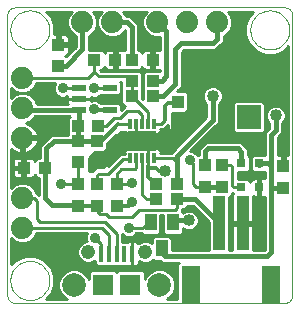
<source format=gtl>
G75*
%MOIN*%
%OFA0B0*%
%FSLAX24Y24*%
%IPPOS*%
%LPD*%
%AMOC8*
5,1,8,0,0,1.08239X$1,22.5*
%
%ADD10C,0.0010*%
%ADD11R,0.0433X0.0394*%
%ADD12R,0.0117X0.0335*%
%ADD13R,0.0945X0.0650*%
%ADD14R,0.0276X0.0110*%
%ADD15R,0.0394X0.0433*%
%ADD16R,0.0315X0.0315*%
%ADD17R,0.0472X0.0217*%
%ADD18R,0.0157X0.0551*%
%ADD19R,0.0709X0.0709*%
%ADD20C,0.0476*%
%ADD21C,0.0787*%
%ADD22R,0.0394X0.0551*%
%ADD23C,0.0800*%
%ADD24R,0.0800X0.0800*%
%ADD25C,0.0740*%
%ADD26R,0.0394X0.1811*%
%ADD27R,0.0630X0.1260*%
%ADD28C,0.0000*%
%ADD29C,0.0400*%
%ADD30C,0.0350*%
%ADD31C,0.0100*%
%ADD32C,0.0120*%
%ADD33C,0.0160*%
D10*
X000725Y000628D02*
X009725Y000628D01*
X009755Y000630D01*
X009785Y000635D01*
X009814Y000644D01*
X009841Y000657D01*
X009867Y000672D01*
X009891Y000691D01*
X009912Y000712D01*
X009931Y000736D01*
X009946Y000762D01*
X009959Y000789D01*
X009968Y000818D01*
X009973Y000848D01*
X009975Y000878D01*
X009975Y010228D01*
X009973Y010258D01*
X009968Y010288D01*
X009959Y010317D01*
X009946Y010344D01*
X009931Y010370D01*
X009912Y010394D01*
X009891Y010415D01*
X009867Y010434D01*
X009841Y010449D01*
X009814Y010462D01*
X009785Y010471D01*
X009755Y010476D01*
X009725Y010478D01*
X000725Y010478D01*
X000695Y010476D01*
X000665Y010471D01*
X000636Y010462D01*
X000609Y010449D01*
X000583Y010434D01*
X000559Y010415D01*
X000538Y010394D01*
X000519Y010370D01*
X000504Y010344D01*
X000491Y010317D01*
X000482Y010288D01*
X000477Y010258D01*
X000475Y010228D01*
X000475Y000878D01*
X000477Y000848D01*
X000482Y000818D01*
X000491Y000789D01*
X000504Y000762D01*
X000519Y000736D01*
X000538Y000712D01*
X000559Y000691D01*
X000583Y000672D01*
X000609Y000657D01*
X000636Y000644D01*
X000665Y000635D01*
X000695Y000630D01*
X000725Y000628D01*
D11*
X001021Y005128D03*
X001729Y005128D03*
X002840Y006528D03*
X003510Y006528D03*
X004621Y007528D03*
X004621Y008028D03*
X004621Y008728D03*
X004079Y008728D03*
X003371Y008728D03*
X005329Y008728D03*
X005329Y008028D03*
X005329Y007528D03*
X005421Y004578D03*
X005421Y004078D03*
X006129Y004078D03*
X006129Y004578D03*
D12*
X005369Y005447D03*
X005172Y005447D03*
X004975Y005447D03*
X004778Y005447D03*
X004581Y005447D03*
X004581Y006608D03*
X004778Y006608D03*
X004975Y006608D03*
X005172Y006608D03*
X005369Y006608D03*
D13*
X004975Y006028D03*
D14*
X004384Y006126D03*
X004384Y005929D03*
X005566Y005929D03*
X005566Y006126D03*
D15*
X006175Y006623D03*
X006175Y007332D03*
X007075Y005212D03*
X007625Y005212D03*
X007625Y004503D03*
X007075Y004503D03*
X009675Y004473D03*
X009675Y005182D03*
X004125Y004582D03*
X003475Y004582D03*
X002825Y004582D03*
X002825Y003873D03*
X003475Y003873D03*
X004125Y003873D03*
X003475Y005323D03*
X002825Y005323D03*
X002825Y006032D03*
X003475Y006032D03*
X002175Y008523D03*
X002175Y009232D03*
D16*
X008280Y005288D03*
X008870Y005288D03*
X008870Y004478D03*
X008280Y004478D03*
D17*
X003887Y007054D03*
X003887Y007802D03*
X002863Y007802D03*
X002863Y007428D03*
X002863Y007054D03*
D18*
X003613Y002271D03*
X003869Y002271D03*
X004125Y002271D03*
X004381Y002271D03*
X004637Y002271D03*
D19*
X004578Y001228D03*
X003672Y001228D03*
D20*
X003170Y002330D03*
X005080Y002330D03*
D21*
X005546Y001228D03*
X002704Y001228D03*
D22*
X005251Y003311D03*
X005999Y003311D03*
X005625Y002444D03*
D23*
X008525Y008197D03*
D24*
X008525Y006819D03*
D25*
X007475Y009978D03*
X006475Y009978D03*
X005475Y009978D03*
X003975Y009978D03*
X002975Y009978D03*
X000975Y008128D03*
X000975Y007128D03*
X000975Y006128D03*
X000975Y004128D03*
X000975Y003128D03*
D26*
X007531Y003284D03*
X008319Y003284D03*
D27*
X009264Y001237D03*
X006586Y001237D03*
D28*
X000575Y001378D02*
X000577Y001428D01*
X000583Y001478D01*
X000593Y001528D01*
X000606Y001576D01*
X000623Y001624D01*
X000644Y001670D01*
X000668Y001714D01*
X000696Y001756D01*
X000727Y001796D01*
X000761Y001833D01*
X000798Y001868D01*
X000837Y001899D01*
X000878Y001928D01*
X000922Y001953D01*
X000968Y001975D01*
X001015Y001993D01*
X001063Y002007D01*
X001112Y002018D01*
X001162Y002025D01*
X001212Y002028D01*
X001263Y002027D01*
X001313Y002022D01*
X001363Y002013D01*
X001411Y002001D01*
X001459Y001984D01*
X001505Y001964D01*
X001550Y001941D01*
X001593Y001914D01*
X001633Y001884D01*
X001671Y001851D01*
X001706Y001815D01*
X001739Y001776D01*
X001768Y001735D01*
X001794Y001692D01*
X001817Y001647D01*
X001836Y001600D01*
X001851Y001552D01*
X001863Y001503D01*
X001871Y001453D01*
X001875Y001403D01*
X001875Y001353D01*
X001871Y001303D01*
X001863Y001253D01*
X001851Y001204D01*
X001836Y001156D01*
X001817Y001109D01*
X001794Y001064D01*
X001768Y001021D01*
X001739Y000980D01*
X001706Y000941D01*
X001671Y000905D01*
X001633Y000872D01*
X001593Y000842D01*
X001550Y000815D01*
X001505Y000792D01*
X001459Y000772D01*
X001411Y000755D01*
X001363Y000743D01*
X001313Y000734D01*
X001263Y000729D01*
X001212Y000728D01*
X001162Y000731D01*
X001112Y000738D01*
X001063Y000749D01*
X001015Y000763D01*
X000968Y000781D01*
X000922Y000803D01*
X000878Y000828D01*
X000837Y000857D01*
X000798Y000888D01*
X000761Y000923D01*
X000727Y000960D01*
X000696Y001000D01*
X000668Y001042D01*
X000644Y001086D01*
X000623Y001132D01*
X000606Y001180D01*
X000593Y001228D01*
X000583Y001278D01*
X000577Y001328D01*
X000575Y001378D01*
X000575Y009728D02*
X000577Y009778D01*
X000583Y009828D01*
X000593Y009878D01*
X000606Y009926D01*
X000623Y009974D01*
X000644Y010020D01*
X000668Y010064D01*
X000696Y010106D01*
X000727Y010146D01*
X000761Y010183D01*
X000798Y010218D01*
X000837Y010249D01*
X000878Y010278D01*
X000922Y010303D01*
X000968Y010325D01*
X001015Y010343D01*
X001063Y010357D01*
X001112Y010368D01*
X001162Y010375D01*
X001212Y010378D01*
X001263Y010377D01*
X001313Y010372D01*
X001363Y010363D01*
X001411Y010351D01*
X001459Y010334D01*
X001505Y010314D01*
X001550Y010291D01*
X001593Y010264D01*
X001633Y010234D01*
X001671Y010201D01*
X001706Y010165D01*
X001739Y010126D01*
X001768Y010085D01*
X001794Y010042D01*
X001817Y009997D01*
X001836Y009950D01*
X001851Y009902D01*
X001863Y009853D01*
X001871Y009803D01*
X001875Y009753D01*
X001875Y009703D01*
X001871Y009653D01*
X001863Y009603D01*
X001851Y009554D01*
X001836Y009506D01*
X001817Y009459D01*
X001794Y009414D01*
X001768Y009371D01*
X001739Y009330D01*
X001706Y009291D01*
X001671Y009255D01*
X001633Y009222D01*
X001593Y009192D01*
X001550Y009165D01*
X001505Y009142D01*
X001459Y009122D01*
X001411Y009105D01*
X001363Y009093D01*
X001313Y009084D01*
X001263Y009079D01*
X001212Y009078D01*
X001162Y009081D01*
X001112Y009088D01*
X001063Y009099D01*
X001015Y009113D01*
X000968Y009131D01*
X000922Y009153D01*
X000878Y009178D01*
X000837Y009207D01*
X000798Y009238D01*
X000761Y009273D01*
X000727Y009310D01*
X000696Y009350D01*
X000668Y009392D01*
X000644Y009436D01*
X000623Y009482D01*
X000606Y009530D01*
X000593Y009578D01*
X000583Y009628D01*
X000577Y009678D01*
X000575Y009728D01*
X008575Y009728D02*
X008577Y009778D01*
X008583Y009828D01*
X008593Y009878D01*
X008606Y009926D01*
X008623Y009974D01*
X008644Y010020D01*
X008668Y010064D01*
X008696Y010106D01*
X008727Y010146D01*
X008761Y010183D01*
X008798Y010218D01*
X008837Y010249D01*
X008878Y010278D01*
X008922Y010303D01*
X008968Y010325D01*
X009015Y010343D01*
X009063Y010357D01*
X009112Y010368D01*
X009162Y010375D01*
X009212Y010378D01*
X009263Y010377D01*
X009313Y010372D01*
X009363Y010363D01*
X009411Y010351D01*
X009459Y010334D01*
X009505Y010314D01*
X009550Y010291D01*
X009593Y010264D01*
X009633Y010234D01*
X009671Y010201D01*
X009706Y010165D01*
X009739Y010126D01*
X009768Y010085D01*
X009794Y010042D01*
X009817Y009997D01*
X009836Y009950D01*
X009851Y009902D01*
X009863Y009853D01*
X009871Y009803D01*
X009875Y009753D01*
X009875Y009703D01*
X009871Y009653D01*
X009863Y009603D01*
X009851Y009554D01*
X009836Y009506D01*
X009817Y009459D01*
X009794Y009414D01*
X009768Y009371D01*
X009739Y009330D01*
X009706Y009291D01*
X009671Y009255D01*
X009633Y009222D01*
X009593Y009192D01*
X009550Y009165D01*
X009505Y009142D01*
X009459Y009122D01*
X009411Y009105D01*
X009363Y009093D01*
X009313Y009084D01*
X009263Y009079D01*
X009212Y009078D01*
X009162Y009081D01*
X009112Y009088D01*
X009063Y009099D01*
X009015Y009113D01*
X008968Y009131D01*
X008922Y009153D01*
X008878Y009178D01*
X008837Y009207D01*
X008798Y009238D01*
X008761Y009273D01*
X008727Y009310D01*
X008696Y009350D01*
X008668Y009392D01*
X008644Y009436D01*
X008623Y009482D01*
X008606Y009530D01*
X008593Y009578D01*
X008583Y009628D01*
X008577Y009678D01*
X008575Y009728D01*
D29*
X007325Y007528D03*
X005375Y006018D03*
X004975Y006018D03*
X004575Y006018D03*
X005735Y005038D03*
X006525Y003378D03*
X009425Y006878D03*
D30*
X006575Y005378D03*
X004625Y004628D03*
X004625Y003978D03*
X004525Y003128D03*
X003405Y002798D03*
X002275Y004578D03*
X003375Y007078D03*
X003375Y007778D03*
X002325Y007778D03*
X001375Y007618D03*
X002175Y009768D03*
X003475Y009568D03*
X007075Y002518D03*
D31*
X007204Y002499D02*
X005952Y002499D01*
X005952Y002401D02*
X007204Y002401D01*
X007204Y002388D02*
X005952Y002388D01*
X005952Y002774D01*
X005876Y002850D01*
X005374Y002850D01*
X005298Y002774D01*
X005298Y002632D01*
X005288Y002642D01*
X005153Y002698D01*
X005007Y002698D01*
X004871Y002642D01*
X004847Y002618D01*
X004836Y002639D01*
X004808Y002666D01*
X004773Y002686D01*
X004735Y002696D01*
X004637Y002696D01*
X004637Y002696D01*
X004637Y002271D01*
X004637Y002271D01*
X004637Y002696D01*
X004538Y002696D01*
X004500Y002686D01*
X004483Y002676D01*
X004305Y002676D01*
X004305Y002916D01*
X004352Y002869D01*
X004464Y002823D01*
X004586Y002823D01*
X004698Y002869D01*
X004776Y002948D01*
X004949Y002948D01*
X004960Y002945D01*
X005000Y002905D01*
X005502Y002905D01*
X005578Y002981D01*
X005578Y003548D01*
X005672Y003548D01*
X005672Y002981D01*
X005748Y002905D01*
X006250Y002905D01*
X006326Y002981D01*
X006326Y003110D01*
X006338Y003098D01*
X006459Y003048D01*
X006591Y003048D01*
X006712Y003098D01*
X006805Y003191D01*
X006855Y003312D01*
X006855Y003443D01*
X006805Y003564D01*
X006712Y003657D01*
X006591Y003708D01*
X006459Y003708D01*
X006338Y003657D01*
X006323Y003643D01*
X006284Y003682D01*
X006309Y003707D01*
X006309Y003751D01*
X006400Y003751D01*
X006476Y003827D01*
X006476Y003868D01*
X006651Y003868D01*
X007204Y003314D01*
X007204Y002388D01*
X007204Y002598D02*
X005952Y002598D01*
X005952Y002696D02*
X007204Y002696D01*
X007204Y002795D02*
X005931Y002795D01*
X005672Y002992D02*
X005578Y002992D01*
X005578Y003090D02*
X005672Y003090D01*
X005672Y003189D02*
X005578Y003189D01*
X005578Y003287D02*
X005672Y003287D01*
X005672Y003386D02*
X005578Y003386D01*
X005578Y003484D02*
X005672Y003484D01*
X005251Y003311D02*
X004968Y003128D01*
X004525Y003128D01*
X004722Y002893D02*
X007204Y002893D01*
X007204Y002992D02*
X006326Y002992D01*
X006326Y003090D02*
X006357Y003090D01*
X006693Y003090D02*
X007204Y003090D01*
X007204Y003189D02*
X006803Y003189D01*
X006845Y003287D02*
X007204Y003287D01*
X007133Y003386D02*
X006855Y003386D01*
X006838Y003484D02*
X007034Y003484D01*
X006936Y003583D02*
X006787Y003583D01*
X006837Y003681D02*
X006655Y003681D01*
X006739Y003780D02*
X006429Y003780D01*
X006395Y003681D02*
X006285Y003681D01*
X006129Y003782D02*
X006075Y003728D01*
X004875Y003728D01*
X004625Y003478D01*
X003855Y003478D01*
X003755Y003578D01*
X003575Y003578D01*
X003475Y003678D01*
X003475Y003873D01*
X003725Y003328D02*
X001575Y003328D01*
X001475Y003428D01*
X001475Y004028D01*
X001375Y004128D01*
X000975Y004128D01*
X001341Y004469D02*
X001519Y004469D01*
X001519Y004371D02*
X001416Y004371D01*
X001399Y004411D02*
X001442Y004308D01*
X001450Y004308D01*
X001519Y004238D01*
X001519Y004801D01*
X001459Y004801D01*
X001383Y004877D01*
X001383Y004894D01*
X001377Y004873D01*
X001357Y004839D01*
X001329Y004811D01*
X001295Y004791D01*
X001257Y004781D01*
X001069Y004781D01*
X001069Y005079D01*
X000972Y005079D01*
X000654Y005079D01*
X000654Y004911D01*
X000664Y004873D01*
X000684Y004839D01*
X000712Y004811D01*
X000746Y004791D01*
X000784Y004781D01*
X000972Y004781D01*
X000972Y005079D01*
X000972Y005176D01*
X000654Y005176D01*
X000654Y005344D01*
X000664Y005382D01*
X000684Y005416D01*
X000712Y005444D01*
X000746Y005464D01*
X000784Y005474D01*
X000972Y005474D01*
X000972Y005176D01*
X001069Y005176D01*
X001069Y005474D01*
X001257Y005474D01*
X001295Y005464D01*
X001329Y005444D01*
X001357Y005416D01*
X001377Y005382D01*
X001383Y005361D01*
X001383Y005378D01*
X001459Y005454D01*
X001313Y005454D01*
X001459Y005454D02*
X001565Y005454D01*
X001565Y005865D01*
X001819Y006119D01*
X001942Y006242D01*
X002498Y006242D01*
X001483Y006242D01*
X001482Y006249D02*
X001494Y006178D01*
X001025Y006178D01*
X001025Y006078D01*
X001494Y006078D01*
X001482Y006006D01*
X001457Y005928D01*
X001420Y005855D01*
X001372Y005789D01*
X001314Y005731D01*
X001248Y005683D01*
X001175Y005646D01*
X001097Y005620D01*
X001025Y005609D01*
X001025Y006078D01*
X000925Y006078D01*
X000925Y005609D01*
X000853Y005620D01*
X000775Y005646D01*
X000702Y005683D01*
X000636Y005731D01*
X000610Y005757D01*
X000610Y004470D01*
X000692Y004551D01*
X000876Y004628D01*
X001074Y004628D01*
X001258Y004551D01*
X001399Y004411D01*
X001485Y004272D02*
X001519Y004272D01*
X001519Y004568D02*
X001219Y004568D01*
X001519Y004666D02*
X000610Y004666D01*
X000610Y004568D02*
X000731Y004568D01*
X000610Y004765D02*
X001519Y004765D01*
X001397Y004863D02*
X001371Y004863D01*
X001069Y004863D02*
X000972Y004863D01*
X000972Y004962D02*
X001069Y004962D01*
X001069Y005060D02*
X000972Y005060D01*
X000972Y005159D02*
X000610Y005159D01*
X000610Y005257D02*
X000654Y005257D01*
X000657Y005356D02*
X000610Y005356D01*
X000610Y005454D02*
X000729Y005454D01*
X000610Y005553D02*
X001565Y005553D01*
X001565Y005651D02*
X001185Y005651D01*
X001332Y005750D02*
X001565Y005750D01*
X001565Y005848D02*
X001415Y005848D01*
X001463Y005947D02*
X001647Y005947D01*
X001746Y006045D02*
X001488Y006045D01*
X001482Y006249D02*
X001457Y006327D01*
X001420Y006400D01*
X001372Y006466D01*
X001314Y006524D01*
X001248Y006572D01*
X001175Y006609D01*
X001097Y006635D01*
X001093Y006635D01*
X001258Y006704D01*
X001398Y006844D01*
X002545Y006844D01*
X002552Y006836D01*
X002494Y006778D01*
X002494Y006277D01*
X002498Y006273D01*
X002498Y006242D01*
X002494Y006341D02*
X001450Y006341D01*
X001391Y006439D02*
X002494Y006439D01*
X002494Y006538D02*
X001295Y006538D01*
X001289Y006735D02*
X002494Y006735D01*
X002494Y006636D02*
X001095Y006636D01*
X001388Y006833D02*
X002549Y006833D01*
X002487Y007264D02*
X001460Y007264D01*
X001399Y007411D01*
X001258Y007551D01*
X001074Y007628D01*
X001258Y007704D01*
X001399Y007844D01*
X001442Y007948D01*
X002065Y007948D01*
X002020Y007838D01*
X002020Y007717D01*
X002066Y007605D01*
X002152Y007519D01*
X002264Y007473D01*
X002386Y007473D01*
X002477Y007510D01*
X002477Y007432D01*
X002859Y007432D01*
X002859Y007423D01*
X002477Y007423D01*
X002477Y007300D01*
X002487Y007264D01*
X002477Y007326D02*
X001434Y007326D01*
X001386Y007424D02*
X002859Y007424D01*
X002867Y007424D02*
X004274Y007424D01*
X004274Y007326D02*
X003558Y007326D01*
X003548Y007336D02*
X003594Y007289D01*
X003597Y007292D01*
X004177Y007292D01*
X004253Y007216D01*
X004253Y007060D01*
X004295Y007102D01*
X004394Y007201D01*
X004350Y007201D01*
X004274Y007277D01*
X004274Y007777D01*
X004274Y007998D01*
X004219Y007998D01*
X004253Y007964D01*
X004253Y007639D01*
X004177Y007563D01*
X003597Y007563D01*
X003594Y007566D01*
X003548Y007519D01*
X003436Y007473D01*
X003314Y007473D01*
X003249Y007499D01*
X003249Y007432D01*
X002867Y007432D01*
X002867Y007423D01*
X003249Y007423D01*
X003249Y007356D01*
X003314Y007383D01*
X003436Y007383D01*
X003548Y007336D01*
X003551Y007523D02*
X004274Y007523D01*
X004274Y007621D02*
X004235Y007621D01*
X004253Y007720D02*
X004274Y007720D01*
X004274Y007818D02*
X004253Y007818D01*
X004253Y007917D02*
X004274Y007917D01*
X004471Y008178D02*
X003525Y008178D01*
X003371Y008332D01*
X003166Y008128D01*
X000975Y008128D01*
X000610Y007785D02*
X000692Y007704D01*
X000876Y007628D01*
X001074Y007628D01*
X000876Y007628D01*
X000692Y007551D01*
X000610Y007470D01*
X000610Y007785D01*
X000610Y007720D02*
X000676Y007720D01*
X000610Y007621D02*
X000860Y007621D01*
X000663Y007523D02*
X000610Y007523D01*
X001090Y007621D02*
X002060Y007621D01*
X002020Y007720D02*
X001274Y007720D01*
X001373Y007818D02*
X002020Y007818D01*
X002052Y007917D02*
X001429Y007917D01*
X001287Y007523D02*
X002149Y007523D01*
X002325Y007778D02*
X002839Y007778D01*
X002863Y007802D01*
X003375Y007778D02*
X003863Y007778D01*
X003887Y007802D01*
X003843Y008381D02*
X004031Y008381D01*
X004031Y008679D01*
X004128Y008679D01*
X004128Y008381D01*
X004316Y008381D01*
X004354Y008391D01*
X004371Y008401D01*
X004891Y008401D01*
X004967Y008477D01*
X004967Y008495D01*
X004973Y008473D01*
X004993Y008439D01*
X005021Y008411D01*
X005055Y008391D01*
X005093Y008381D01*
X005281Y008381D01*
X005281Y008679D01*
X005378Y008679D01*
X005378Y008381D01*
X005565Y008381D01*
X005565Y008354D01*
X005059Y008354D01*
X004983Y008278D01*
X004983Y007424D01*
X004967Y007440D01*
X004967Y008278D01*
X004891Y008354D01*
X004548Y008354D01*
X004545Y008358D01*
X003600Y008358D01*
X003556Y008401D01*
X003641Y008401D01*
X003717Y008477D01*
X003717Y008495D01*
X003723Y008473D01*
X003743Y008439D01*
X003771Y008411D01*
X003805Y008391D01*
X003843Y008381D01*
X003773Y008409D02*
X003649Y008409D01*
X003371Y008332D02*
X003371Y008728D01*
X003189Y009054D02*
X003189Y009082D01*
X003189Y009169D01*
X003187Y009524D01*
X003258Y009554D01*
X003399Y009694D01*
X003475Y009878D01*
X003551Y009694D01*
X003692Y009554D01*
X003876Y009478D01*
X004074Y009478D01*
X004258Y009554D01*
X004399Y009694D01*
X004411Y009723D01*
X004411Y009054D01*
X004371Y009054D01*
X004354Y009064D01*
X004316Y009074D01*
X004128Y009074D01*
X004128Y008776D01*
X004031Y008776D01*
X004031Y009074D01*
X003843Y009074D01*
X003805Y009064D01*
X003771Y009044D01*
X003743Y009016D01*
X003723Y008982D01*
X003717Y008961D01*
X003717Y008978D01*
X003641Y009054D01*
X003189Y009054D01*
X003189Y009099D02*
X004411Y009099D01*
X004411Y009197D02*
X003189Y009197D01*
X003189Y009169D02*
X003189Y009169D01*
X003188Y009296D02*
X004411Y009296D01*
X004411Y009394D02*
X003188Y009394D01*
X003187Y009493D02*
X003839Y009493D01*
X003654Y009591D02*
X003296Y009591D01*
X003394Y009690D02*
X003556Y009690D01*
X003512Y009788D02*
X003438Y009788D01*
X003475Y009878D02*
X003475Y010077D01*
X003475Y009878D01*
X003475Y009887D02*
X003475Y009887D01*
X003475Y009985D02*
X003475Y009985D01*
X003475Y010077D02*
X003551Y010261D01*
X003633Y010343D01*
X003317Y010343D01*
X003399Y010261D01*
X003475Y010077D01*
X003472Y010084D02*
X003478Y010084D01*
X003519Y010182D02*
X003431Y010182D01*
X003379Y010281D02*
X003571Y010281D01*
X004317Y010343D02*
X005133Y010343D01*
X005051Y010261D01*
X004975Y010077D01*
X004975Y009878D01*
X005051Y009694D01*
X005192Y009554D01*
X005376Y009478D01*
X005565Y009478D01*
X005565Y009074D01*
X005378Y009074D01*
X005378Y008776D01*
X005281Y008776D01*
X005281Y009074D01*
X005093Y009074D01*
X005055Y009064D01*
X005021Y009044D01*
X004993Y009016D01*
X004973Y008982D01*
X004967Y008961D01*
X004967Y008978D01*
X004891Y009054D01*
X004831Y009054D01*
X004831Y009919D01*
X004685Y010065D01*
X004562Y010188D01*
X004429Y010188D01*
X004399Y010261D01*
X004317Y010343D01*
X004379Y010281D02*
X005071Y010281D01*
X005019Y010182D02*
X004567Y010182D01*
X004666Y010084D02*
X004978Y010084D01*
X004975Y009985D02*
X004764Y009985D01*
X004831Y009887D02*
X004975Y009887D01*
X005012Y009788D02*
X004831Y009788D01*
X004831Y009690D02*
X005056Y009690D01*
X005154Y009591D02*
X004831Y009591D01*
X004831Y009493D02*
X005339Y009493D01*
X005565Y009394D02*
X004831Y009394D01*
X004831Y009296D02*
X005565Y009296D01*
X005565Y009197D02*
X004831Y009197D01*
X004831Y009099D02*
X005565Y009099D01*
X005378Y009000D02*
X005281Y009000D01*
X005281Y008902D02*
X005378Y008902D01*
X005378Y008803D02*
X005281Y008803D01*
X005281Y008606D02*
X005378Y008606D01*
X005378Y008508D02*
X005281Y008508D01*
X005281Y008409D02*
X005378Y008409D01*
X005023Y008409D02*
X004899Y008409D01*
X004935Y008311D02*
X005015Y008311D01*
X004983Y008212D02*
X004967Y008212D01*
X004967Y008114D02*
X004983Y008114D01*
X004983Y008015D02*
X004967Y008015D01*
X004967Y007917D02*
X004983Y007917D01*
X004983Y007818D02*
X004967Y007818D01*
X004967Y007720D02*
X004983Y007720D01*
X004983Y007621D02*
X004967Y007621D01*
X004967Y007523D02*
X004983Y007523D01*
X004625Y007528D02*
X004621Y007528D01*
X004621Y008028D01*
X004471Y008178D01*
X004128Y008409D02*
X004031Y008409D01*
X004031Y008508D02*
X004128Y008508D01*
X004128Y008606D02*
X004031Y008606D01*
X004031Y008803D02*
X004128Y008803D01*
X004128Y008902D02*
X004031Y008902D01*
X004031Y009000D02*
X004128Y009000D01*
X003733Y009000D02*
X003695Y009000D01*
X004111Y009493D02*
X004411Y009493D01*
X004411Y009591D02*
X004296Y009591D01*
X004394Y009690D02*
X004411Y009690D01*
X004945Y009000D02*
X004983Y009000D01*
X006263Y007818D02*
X007164Y007818D01*
X007138Y007807D02*
X007045Y007714D01*
X006995Y007593D01*
X006995Y007462D01*
X007045Y007341D01*
X007115Y007271D01*
X007115Y006815D01*
X005927Y005627D01*
X005577Y005627D01*
X005587Y005645D01*
X005597Y005683D01*
X005597Y005724D01*
X005723Y005724D01*
X005761Y005734D01*
X005795Y005754D01*
X005823Y005782D01*
X005843Y005816D01*
X005853Y005854D01*
X005853Y005929D01*
X005754Y005929D01*
X005853Y005929D01*
X005853Y006004D01*
X005847Y006028D01*
X005853Y006051D01*
X005853Y006126D01*
X005853Y006201D01*
X005843Y006239D01*
X005823Y006273D01*
X005795Y006301D01*
X005761Y006321D01*
X005723Y006331D01*
X005597Y006331D01*
X005597Y006372D01*
X005587Y006410D01*
X005577Y006428D01*
X005680Y006428D01*
X005790Y006538D01*
X005804Y006538D01*
X005828Y006538D01*
X005828Y006562D02*
X005828Y006387D01*
X005838Y006349D01*
X005858Y006315D01*
X005886Y006287D01*
X005920Y006267D01*
X005958Y006257D01*
X006127Y006257D01*
X006127Y006575D01*
X006223Y006575D01*
X006223Y006257D01*
X006392Y006257D01*
X006430Y006267D01*
X006464Y006287D01*
X006492Y006315D01*
X006512Y006349D01*
X006522Y006387D01*
X006522Y006575D01*
X006223Y006575D01*
X006223Y006672D01*
X006522Y006672D01*
X006522Y006860D01*
X006512Y006898D01*
X006492Y006932D01*
X006464Y006960D01*
X006430Y006980D01*
X006408Y006985D01*
X006426Y006985D01*
X006502Y007061D01*
X006502Y007602D01*
X006426Y007678D01*
X006123Y007678D01*
X006162Y007718D01*
X006285Y007841D01*
X006285Y008991D01*
X006362Y009068D01*
X007412Y009068D01*
X007535Y009191D01*
X007562Y009218D01*
X007685Y009341D01*
X007685Y009523D01*
X007758Y009554D01*
X007899Y009694D01*
X007975Y009878D01*
X007975Y010077D01*
X007899Y010261D01*
X007817Y010343D01*
X008680Y010343D01*
X008530Y010192D01*
X008405Y009891D01*
X008405Y009564D01*
X008530Y009263D01*
X008761Y009032D01*
X009062Y008908D01*
X009388Y008908D01*
X009689Y009032D01*
X009840Y009183D01*
X009840Y005548D01*
X009723Y005548D01*
X009723Y005230D01*
X009627Y005230D01*
X009627Y005548D01*
X009485Y005548D01*
X009485Y006141D01*
X009512Y006168D01*
X009635Y006291D01*
X009635Y006621D01*
X009705Y006691D01*
X009755Y006812D01*
X009755Y006943D01*
X009705Y007064D01*
X009612Y007157D01*
X009491Y007208D01*
X009359Y007208D01*
X009238Y007157D01*
X009145Y007064D01*
X009095Y006943D01*
X009095Y006812D01*
X009145Y006691D01*
X009215Y006621D01*
X009215Y006465D01*
X009065Y006315D01*
X009065Y005575D01*
X008659Y005575D01*
X008583Y005499D01*
X008583Y005076D01*
X008659Y005000D01*
X009065Y005000D01*
X009065Y004780D01*
X009048Y004785D01*
X008899Y004785D01*
X008899Y004506D01*
X008842Y004506D01*
X008842Y004785D01*
X008693Y004785D01*
X008655Y004775D01*
X008621Y004755D01*
X008593Y004727D01*
X008573Y004693D01*
X008567Y004671D01*
X008567Y004689D01*
X008491Y004765D01*
X008155Y004765D01*
X008155Y005000D01*
X008491Y005000D01*
X008567Y005076D01*
X008567Y005499D01*
X008491Y005575D01*
X008490Y005575D01*
X008490Y005760D01*
X008385Y005865D01*
X008262Y005988D01*
X007088Y005988D01*
X006988Y005888D01*
X006865Y005765D01*
X006865Y005558D01*
X006825Y005558D01*
X006748Y005636D01*
X006636Y005683D01*
X006577Y005683D01*
X007412Y006518D01*
X007535Y006641D01*
X007535Y007271D01*
X007605Y007341D01*
X007655Y007462D01*
X007655Y007593D01*
X007605Y007714D01*
X007512Y007807D01*
X007391Y007858D01*
X007259Y007858D01*
X007138Y007807D01*
X007072Y007818D02*
X006525Y007818D01*
X006525Y007720D02*
X007004Y007720D01*
X007011Y007737D02*
X006955Y007601D01*
X006955Y007454D01*
X007011Y007318D01*
X007048Y007281D01*
X007025Y006781D01*
X006968Y006724D01*
X006225Y006028D01*
X005925Y005728D01*
X005554Y005728D01*
X005498Y005784D01*
X005405Y005784D01*
X005405Y005873D01*
X005270Y006008D01*
X005080Y006008D01*
X004942Y005870D01*
X004942Y005784D01*
X004452Y005784D01*
X004396Y005728D01*
X004275Y005728D01*
X003654Y005148D01*
X003434Y005148D01*
X003314Y005028D01*
X003183Y005028D01*
X003192Y005036D01*
X003192Y005470D01*
X003413Y005645D01*
X003742Y005645D01*
X003842Y005745D01*
X003842Y005919D01*
X004156Y006234D01*
X004275Y006328D01*
X004396Y006328D01*
X004452Y006271D01*
X004710Y006271D01*
X004778Y006339D01*
X004846Y006271D01*
X005498Y006271D01*
X005584Y006358D01*
X005625Y006358D01*
X005975Y006378D01*
X005975Y006945D01*
X006442Y006945D01*
X006503Y007006D01*
X006525Y007008D01*
X006525Y007028D01*
X006542Y007045D01*
X006542Y007619D01*
X006525Y007636D01*
X006525Y008628D01*
X009175Y008628D01*
X009175Y007151D01*
X009111Y007087D01*
X009107Y007078D01*
X009095Y007078D01*
X009095Y007289D01*
X008995Y007389D01*
X008055Y007389D01*
X007955Y007289D01*
X007955Y007078D01*
X007725Y007078D01*
X007725Y007878D01*
X007447Y007878D01*
X007399Y007898D01*
X007251Y007898D01*
X007203Y007878D01*
X007075Y007878D01*
X007071Y007797D01*
X007011Y007737D01*
X007050Y007720D02*
X006164Y007720D01*
X006285Y007917D02*
X008050Y007917D01*
X008055Y007908D02*
X008105Y007838D01*
X008167Y007777D01*
X008237Y007726D01*
X008314Y007687D01*
X008396Y007660D01*
X008475Y007648D01*
X008475Y008147D01*
X007976Y008147D01*
X007989Y008068D01*
X008015Y007985D01*
X008055Y007908D01*
X008126Y007818D02*
X007486Y007818D01*
X007600Y007720D02*
X008250Y007720D01*
X008475Y007720D02*
X008575Y007720D01*
X008575Y007648D02*
X008654Y007660D01*
X008736Y007687D01*
X008813Y007726D01*
X008883Y007777D01*
X008945Y007838D01*
X008995Y007908D01*
X009035Y007985D01*
X009061Y008068D01*
X009074Y008147D01*
X008575Y008147D01*
X008575Y008247D01*
X008475Y008247D01*
X008475Y008745D01*
X008396Y008733D01*
X008314Y008706D01*
X008237Y008667D01*
X008167Y008616D01*
X008105Y008555D01*
X008055Y008485D01*
X008015Y008408D01*
X007989Y008325D01*
X007976Y008247D01*
X008475Y008247D01*
X008475Y008147D01*
X008575Y008147D01*
X008575Y007648D01*
X008575Y007818D02*
X008475Y007818D01*
X008475Y007917D02*
X008575Y007917D01*
X008575Y008015D02*
X008475Y008015D01*
X008475Y008114D02*
X008575Y008114D01*
X008575Y008212D02*
X009840Y008212D01*
X009840Y008114D02*
X009069Y008114D01*
X009044Y008015D02*
X009840Y008015D01*
X009840Y007917D02*
X009000Y007917D01*
X008924Y007818D02*
X009840Y007818D01*
X009840Y007720D02*
X008800Y007720D01*
X009175Y007720D02*
X007725Y007720D01*
X007725Y007818D02*
X009175Y007818D01*
X009175Y007917D02*
X006525Y007917D01*
X006525Y008015D02*
X009175Y008015D01*
X009175Y008114D02*
X006525Y008114D01*
X006525Y008212D02*
X009175Y008212D01*
X009175Y008311D02*
X006525Y008311D01*
X006525Y008409D02*
X009175Y008409D01*
X009175Y008508D02*
X006525Y008508D01*
X006525Y008606D02*
X009175Y008606D01*
X008995Y008485D02*
X008945Y008555D01*
X008883Y008616D01*
X008813Y008667D01*
X008736Y008706D01*
X008654Y008733D01*
X008575Y008745D01*
X008575Y008247D01*
X009074Y008247D01*
X009061Y008325D01*
X009035Y008408D01*
X008995Y008485D01*
X008979Y008508D02*
X009840Y008508D01*
X009840Y008606D02*
X008893Y008606D01*
X008739Y008705D02*
X009840Y008705D01*
X009840Y008803D02*
X006285Y008803D01*
X006285Y008705D02*
X008311Y008705D01*
X008157Y008606D02*
X006285Y008606D01*
X006285Y008508D02*
X008071Y008508D01*
X008016Y008409D02*
X006285Y008409D01*
X006285Y008311D02*
X007986Y008311D01*
X007981Y008114D02*
X006285Y008114D01*
X006285Y008212D02*
X008475Y008212D01*
X008475Y008311D02*
X008575Y008311D01*
X008575Y008409D02*
X008475Y008409D01*
X008475Y008508D02*
X008575Y008508D01*
X008575Y008606D02*
X008475Y008606D01*
X008475Y008705D02*
X008575Y008705D01*
X008761Y009032D02*
X008761Y009032D01*
X008839Y009000D02*
X006295Y009000D01*
X006285Y008902D02*
X009840Y008902D01*
X009840Y009000D02*
X009611Y009000D01*
X009689Y009032D02*
X009689Y009032D01*
X009756Y009099D02*
X009840Y009099D01*
X009840Y008409D02*
X009034Y008409D01*
X009064Y008311D02*
X009840Y008311D01*
X009840Y007621D02*
X007643Y007621D01*
X007725Y007621D02*
X009175Y007621D01*
X009175Y007523D02*
X007725Y007523D01*
X007655Y007523D02*
X009840Y007523D01*
X009840Y007424D02*
X007639Y007424D01*
X007725Y007424D02*
X009175Y007424D01*
X009175Y007326D02*
X009058Y007326D01*
X009055Y007272D02*
X008979Y007349D01*
X008071Y007349D01*
X007995Y007272D01*
X007995Y006365D01*
X008071Y006289D01*
X008979Y006289D01*
X009055Y006365D01*
X009055Y007272D01*
X009055Y007227D02*
X009840Y007227D01*
X009840Y007129D02*
X009641Y007129D01*
X009719Y007030D02*
X009840Y007030D01*
X009840Y006932D02*
X009755Y006932D01*
X009755Y006833D02*
X009840Y006833D01*
X009840Y006735D02*
X009723Y006735D01*
X009650Y006636D02*
X009840Y006636D01*
X009840Y006538D02*
X009635Y006538D01*
X009635Y006439D02*
X009840Y006439D01*
X009840Y006341D02*
X009635Y006341D01*
X009586Y006242D02*
X009840Y006242D01*
X009840Y006144D02*
X009488Y006144D01*
X009485Y006045D02*
X009840Y006045D01*
X009840Y005947D02*
X009485Y005947D01*
X009485Y005848D02*
X009840Y005848D01*
X009840Y005750D02*
X009485Y005750D01*
X009485Y005651D02*
X009840Y005651D01*
X009840Y005553D02*
X009485Y005553D01*
X009627Y005454D02*
X009723Y005454D01*
X009723Y005356D02*
X009627Y005356D01*
X009627Y005257D02*
X009723Y005257D01*
X009065Y004962D02*
X008155Y004962D01*
X008155Y004863D02*
X009065Y004863D01*
X008899Y004765D02*
X008842Y004765D01*
X008842Y004666D02*
X008899Y004666D01*
X008899Y004568D02*
X008842Y004568D01*
X008842Y004449D02*
X008899Y004449D01*
X008899Y004170D01*
X009048Y004170D01*
X009065Y004175D01*
X009065Y002415D01*
X009038Y002388D01*
X008666Y002388D01*
X008666Y003236D01*
X008367Y003236D01*
X008367Y003333D01*
X008666Y003333D01*
X008666Y004177D01*
X008693Y004170D01*
X008842Y004170D01*
X008842Y004449D01*
X008842Y004371D02*
X008899Y004371D01*
X008899Y004272D02*
X008842Y004272D01*
X008842Y004174D02*
X008899Y004174D01*
X009061Y004174D02*
X009065Y004174D01*
X009065Y004075D02*
X008666Y004075D01*
X008666Y003977D02*
X009065Y003977D01*
X009065Y003878D02*
X008666Y003878D01*
X008666Y003780D02*
X009065Y003780D01*
X009065Y003681D02*
X008666Y003681D01*
X008666Y003583D02*
X009065Y003583D01*
X009065Y003484D02*
X008666Y003484D01*
X008666Y003386D02*
X009065Y003386D01*
X009065Y003287D02*
X008367Y003287D01*
X008270Y003287D02*
X007858Y003287D01*
X007858Y003189D02*
X007972Y003189D01*
X007972Y003236D02*
X007972Y002388D01*
X007858Y002388D01*
X007858Y004157D01*
X007876Y004157D01*
X007952Y004233D01*
X007952Y004298D01*
X007992Y004298D01*
X007992Y004266D01*
X007993Y004266D01*
X007982Y004248D01*
X007972Y004210D01*
X007972Y003333D01*
X008270Y003333D01*
X008270Y003236D01*
X007972Y003236D01*
X007972Y003090D02*
X007858Y003090D01*
X007858Y002992D02*
X007972Y002992D01*
X007972Y002893D02*
X007858Y002893D01*
X007858Y002795D02*
X007972Y002795D01*
X007972Y002696D02*
X007858Y002696D01*
X007858Y002598D02*
X007972Y002598D01*
X007972Y002499D02*
X007858Y002499D01*
X007858Y002401D02*
X007972Y002401D01*
X008666Y002401D02*
X009051Y002401D01*
X009065Y002499D02*
X008666Y002499D01*
X008666Y002598D02*
X009065Y002598D01*
X009065Y002696D02*
X008666Y002696D01*
X008666Y002795D02*
X009065Y002795D01*
X009065Y002893D02*
X008666Y002893D01*
X008666Y002992D02*
X009065Y002992D01*
X009065Y003090D02*
X008666Y003090D01*
X008666Y003189D02*
X009065Y003189D01*
X008680Y004174D02*
X008666Y004174D01*
X008280Y004478D02*
X008025Y004478D01*
X007975Y004528D01*
X007975Y005158D01*
X007921Y005212D01*
X007625Y005212D01*
X007075Y004503D02*
X006779Y004503D01*
X006675Y004608D01*
X006675Y005278D01*
X006575Y005378D01*
X006712Y005651D02*
X006865Y005651D01*
X006865Y005750D02*
X006644Y005750D01*
X006742Y005848D02*
X006949Y005848D01*
X007047Y005947D02*
X006841Y005947D01*
X006939Y006045D02*
X009065Y006045D01*
X009065Y005947D02*
X008303Y005947D01*
X008401Y005848D02*
X009065Y005848D01*
X009065Y005750D02*
X008490Y005750D01*
X008490Y005651D02*
X009065Y005651D01*
X008636Y005553D02*
X008514Y005553D01*
X008567Y005454D02*
X008583Y005454D01*
X008583Y005356D02*
X008567Y005356D01*
X008567Y005257D02*
X008583Y005257D01*
X008583Y005159D02*
X008567Y005159D01*
X008551Y005060D02*
X008599Y005060D01*
X008637Y004765D02*
X008492Y004765D01*
X007992Y004272D02*
X007952Y004272D01*
X007972Y004174D02*
X007893Y004174D01*
X007858Y004075D02*
X007972Y004075D01*
X007972Y003977D02*
X007858Y003977D01*
X007858Y003878D02*
X007972Y003878D01*
X007972Y003780D02*
X007858Y003780D01*
X007858Y003681D02*
X007972Y003681D01*
X007972Y003583D02*
X007858Y003583D01*
X007858Y003484D02*
X007972Y003484D01*
X007972Y003386D02*
X007858Y003386D01*
X006188Y001968D02*
X006141Y001921D01*
X006141Y000763D01*
X005792Y000763D01*
X005843Y000784D01*
X005990Y000931D01*
X006070Y001123D01*
X006070Y001332D01*
X005990Y001524D01*
X005843Y001672D01*
X005650Y001751D01*
X005442Y001751D01*
X005250Y001672D01*
X005102Y001524D01*
X005062Y001427D01*
X005062Y001636D01*
X004986Y001712D01*
X004170Y001712D01*
X004125Y001667D01*
X004080Y001712D01*
X003264Y001712D01*
X003188Y001636D01*
X003188Y001427D01*
X003148Y001524D01*
X003000Y001672D01*
X002808Y001751D01*
X002600Y001751D01*
X002407Y001672D01*
X002260Y001524D01*
X002180Y001332D01*
X002180Y001123D01*
X002260Y000931D01*
X002407Y000784D01*
X002458Y000763D01*
X001770Y000763D01*
X001920Y000913D01*
X002045Y001214D01*
X002045Y001541D01*
X001920Y001842D01*
X001689Y002073D01*
X001388Y002198D01*
X001062Y002198D01*
X001062Y002198D01*
X000761Y002073D01*
X000610Y001922D01*
X000610Y002785D01*
X000692Y002704D01*
X000876Y002628D01*
X001074Y002628D01*
X001258Y002704D01*
X001399Y002844D01*
X001442Y002948D01*
X003137Y002948D01*
X003100Y002858D01*
X003100Y002737D01*
X003116Y002698D01*
X003097Y002698D01*
X002962Y002642D01*
X002858Y002538D01*
X002802Y002403D01*
X002802Y002257D01*
X002858Y002121D01*
X002962Y002018D01*
X003097Y001962D01*
X003243Y001962D01*
X003379Y002018D01*
X003404Y002043D01*
X003404Y001941D01*
X003481Y001865D01*
X004483Y001865D01*
X004500Y001855D01*
X004538Y001845D01*
X004637Y001845D01*
X004735Y001845D01*
X004773Y001855D01*
X004808Y001875D01*
X004836Y001903D01*
X004855Y001937D01*
X004866Y001976D01*
X004866Y002023D01*
X004871Y002018D01*
X005007Y001962D01*
X005153Y001962D01*
X005288Y002018D01*
X005342Y002071D01*
X005374Y002039D01*
X005567Y002039D01*
X005638Y001968D01*
X006188Y001968D01*
X006141Y001908D02*
X004838Y001908D01*
X004866Y002007D02*
X004898Y002007D01*
X004637Y002007D02*
X004637Y002007D01*
X004637Y002105D02*
X004637Y002105D01*
X004637Y002204D02*
X004637Y002204D01*
X004637Y002271D02*
X004637Y001845D01*
X004637Y002271D01*
X004637Y002271D01*
X004637Y002302D02*
X004637Y002302D01*
X004637Y002401D02*
X004637Y002401D01*
X004637Y002499D02*
X004637Y002499D01*
X004637Y002598D02*
X004637Y002598D01*
X004737Y002696D02*
X005002Y002696D01*
X005158Y002696D02*
X005298Y002696D01*
X005319Y002795D02*
X004305Y002795D01*
X004305Y002893D02*
X004328Y002893D01*
X004305Y002696D02*
X004537Y002696D01*
X004125Y002928D02*
X004125Y002271D01*
X003869Y002271D02*
X003869Y002883D01*
X003625Y003128D01*
X000975Y003128D01*
X001349Y002795D02*
X003100Y002795D01*
X003114Y002893D02*
X001419Y002893D01*
X001240Y002696D02*
X003092Y002696D01*
X002917Y002598D02*
X000610Y002598D01*
X000610Y002696D02*
X000710Y002696D01*
X000610Y002499D02*
X002842Y002499D01*
X002802Y002401D02*
X000610Y002401D01*
X000610Y002302D02*
X002802Y002302D01*
X002824Y002204D02*
X000610Y002204D01*
X000610Y002105D02*
X000839Y002105D01*
X000694Y002007D02*
X000610Y002007D01*
X001611Y002105D02*
X002875Y002105D01*
X002989Y002007D02*
X001756Y002007D01*
X001689Y002073D02*
X001689Y002073D01*
X001854Y001908D02*
X003438Y001908D01*
X003404Y002007D02*
X003352Y002007D01*
X003613Y002271D02*
X003613Y002579D01*
X003405Y002798D01*
X003725Y003328D02*
X004125Y002928D01*
X005118Y003328D02*
X005251Y003311D01*
X005121Y004078D02*
X004975Y004223D01*
X004975Y005447D01*
X005172Y005447D02*
X005172Y005178D01*
X005172Y005447D02*
X005172Y005774D01*
X005025Y005896D02*
X004982Y005853D01*
X004982Y005744D01*
X004925Y005744D01*
X004925Y005978D01*
X004672Y005978D01*
X004672Y006004D01*
X004666Y006028D01*
X004672Y006051D01*
X004672Y006078D01*
X004925Y006078D01*
X004925Y006311D01*
X005025Y006311D01*
X005025Y006078D01*
X004925Y006078D01*
X004925Y005978D01*
X005025Y005978D01*
X005278Y005978D01*
X005278Y006004D01*
X005284Y006028D01*
X005278Y006051D01*
X005278Y006078D01*
X005025Y006078D01*
X005025Y005978D01*
X005025Y005896D01*
X005025Y005947D02*
X004925Y005947D01*
X005019Y005947D02*
X003869Y005947D01*
X003813Y005947D02*
X004097Y005947D01*
X004097Y005929D02*
X004196Y005929D01*
X004196Y005929D01*
X004097Y005929D01*
X004097Y005854D01*
X004107Y005816D01*
X004127Y005782D01*
X004155Y005754D01*
X004189Y005734D01*
X004227Y005724D01*
X004353Y005724D01*
X004353Y005683D01*
X004363Y005645D01*
X004383Y005611D01*
X004386Y005608D01*
X004250Y005608D01*
X004145Y005502D01*
X003822Y005179D01*
X003822Y005275D01*
X003523Y005275D01*
X003523Y005372D01*
X003822Y005372D01*
X003822Y005560D01*
X003812Y005598D01*
X003792Y005632D01*
X003764Y005660D01*
X003730Y005680D01*
X003708Y005685D01*
X003726Y005685D01*
X003802Y005761D01*
X003802Y005936D01*
X004109Y006243D01*
X004107Y006239D01*
X004097Y006201D01*
X004097Y006126D01*
X004097Y006051D01*
X004103Y006028D01*
X004097Y006004D01*
X004097Y005929D01*
X004098Y005848D02*
X003802Y005848D01*
X003842Y005848D02*
X004942Y005848D01*
X004925Y005848D02*
X004982Y005848D01*
X004982Y005750D02*
X004925Y005750D01*
X004925Y006045D02*
X004671Y006045D01*
X004778Y006224D02*
X004778Y006608D01*
X004581Y006608D02*
X004551Y006578D01*
X004175Y006578D01*
X004225Y006778D02*
X004025Y006778D01*
X003775Y006528D01*
X003510Y006528D01*
X003475Y006032D02*
X003629Y006032D01*
X003911Y006045D02*
X004098Y006045D01*
X004097Y006126D02*
X004196Y006126D01*
X004196Y006126D01*
X004097Y006126D01*
X004097Y006144D02*
X004010Y006144D01*
X004066Y006144D02*
X006349Y006144D01*
X006444Y006144D02*
X005853Y006144D01*
X005853Y006126D02*
X005754Y006126D01*
X005754Y006126D01*
X005853Y006126D01*
X005852Y006045D02*
X006346Y006045D01*
X006244Y006045D02*
X003968Y006045D01*
X004108Y006242D02*
X004109Y006242D01*
X004167Y006242D02*
X006454Y006242D01*
X006543Y006242D02*
X005841Y006242D01*
X005843Y006341D02*
X005597Y006341D01*
X005567Y006341D02*
X006559Y006341D01*
X006507Y006341D02*
X006641Y006341D01*
X006664Y006439D02*
X005975Y006439D01*
X005975Y006538D02*
X006769Y006538D01*
X006838Y006538D02*
X006522Y006538D01*
X006522Y006439D02*
X006740Y006439D01*
X006874Y006636D02*
X005975Y006636D01*
X005975Y006735D02*
X006978Y006735D01*
X007035Y006735D02*
X006522Y006735D01*
X006522Y006833D02*
X007115Y006833D01*
X007028Y006833D02*
X005975Y006833D01*
X005975Y006932D02*
X007032Y006932D01*
X007115Y006932D02*
X006492Y006932D01*
X006470Y007030D02*
X007115Y007030D01*
X007036Y007030D02*
X006527Y007030D01*
X006542Y007129D02*
X007041Y007129D01*
X007115Y007129D02*
X006502Y007129D01*
X006502Y007227D02*
X007115Y007227D01*
X007045Y007227D02*
X006542Y007227D01*
X006542Y007326D02*
X007008Y007326D01*
X007060Y007326D02*
X006502Y007326D01*
X006502Y007424D02*
X007011Y007424D01*
X006967Y007424D02*
X006542Y007424D01*
X006542Y007523D02*
X006955Y007523D01*
X006995Y007523D02*
X006502Y007523D01*
X006483Y007621D02*
X007007Y007621D01*
X006963Y007621D02*
X006540Y007621D01*
X006285Y008015D02*
X008006Y008015D01*
X007992Y007326D02*
X007725Y007326D01*
X007725Y007227D02*
X007955Y007227D01*
X007995Y007227D02*
X007535Y007227D01*
X007535Y007129D02*
X007995Y007129D01*
X007955Y007129D02*
X007725Y007129D01*
X007535Y007030D02*
X007995Y007030D01*
X007995Y006932D02*
X007535Y006932D01*
X007535Y006833D02*
X007995Y006833D01*
X007995Y006735D02*
X007535Y006735D01*
X007530Y006636D02*
X007995Y006636D01*
X007995Y006538D02*
X007432Y006538D01*
X007333Y006439D02*
X007995Y006439D01*
X008019Y006341D02*
X007235Y006341D01*
X007136Y006242D02*
X009065Y006242D01*
X009065Y006144D02*
X007038Y006144D01*
X006937Y006636D02*
X006223Y006636D01*
X006223Y006538D02*
X006127Y006538D01*
X006127Y006439D02*
X006223Y006439D01*
X006223Y006341D02*
X006127Y006341D01*
X005828Y006439D02*
X005691Y006439D01*
X005804Y006538D02*
X005828Y006562D01*
X005725Y006728D02*
X005606Y006608D01*
X005369Y006608D01*
X005175Y006611D02*
X005175Y006978D01*
X004625Y007528D01*
X004324Y007227D02*
X004242Y007227D01*
X004253Y007129D02*
X004321Y007129D01*
X004475Y007028D02*
X004825Y007028D01*
X004975Y006878D01*
X004975Y006608D01*
X005172Y006608D02*
X005175Y006611D01*
X005025Y006242D02*
X004925Y006242D01*
X004925Y006144D02*
X005025Y006144D01*
X005025Y006045D02*
X005279Y006045D01*
X005331Y005947D02*
X006144Y005947D01*
X006149Y005848D02*
X005852Y005848D01*
X005853Y005947D02*
X006247Y005947D01*
X006046Y005848D02*
X005405Y005848D01*
X005532Y005750D02*
X005947Y005750D01*
X005952Y005651D02*
X005589Y005651D01*
X005788Y005750D02*
X006050Y005750D01*
X005754Y005929D02*
X005754Y005929D01*
X005566Y005978D02*
X005566Y005978D01*
X005566Y006078D01*
X005566Y006078D01*
X005566Y005978D01*
X005566Y006045D02*
X005566Y006045D01*
X005369Y005447D02*
X006006Y005447D01*
X006125Y005328D01*
X006125Y004582D02*
X006129Y004578D01*
X006129Y004078D02*
X006129Y003782D01*
X005421Y004078D02*
X005121Y004078D01*
X004579Y004582D02*
X004625Y004628D01*
X004579Y004582D02*
X004125Y004582D01*
X004125Y004928D01*
X004275Y005078D01*
X004725Y005078D01*
X004775Y005128D01*
X004775Y005444D01*
X004778Y005447D01*
X004581Y005447D02*
X004562Y005428D01*
X004325Y005428D01*
X003825Y004928D01*
X003525Y004928D01*
X003475Y004878D01*
X003475Y004582D01*
X003346Y005060D02*
X003192Y005060D01*
X003192Y005159D02*
X003665Y005159D01*
X003771Y005257D02*
X003192Y005257D01*
X003192Y005356D02*
X003876Y005356D01*
X003900Y005257D02*
X003822Y005257D01*
X003822Y005454D02*
X004097Y005454D01*
X004088Y005553D02*
X003296Y005553D01*
X003192Y005454D02*
X003982Y005454D01*
X003998Y005356D02*
X003523Y005356D01*
X003822Y005553D02*
X004195Y005553D01*
X004193Y005651D02*
X003748Y005651D01*
X003773Y005651D02*
X004361Y005651D01*
X004418Y005750D02*
X003842Y005750D01*
X003790Y005750D02*
X004162Y005750D01*
X004384Y005978D02*
X004384Y005978D01*
X004384Y006078D01*
X004384Y006078D01*
X004384Y005978D01*
X004384Y006045D02*
X004384Y006045D01*
X004225Y006778D02*
X004475Y007028D01*
X002825Y005323D02*
X002825Y004582D01*
X002821Y004578D01*
X002275Y004578D01*
X001069Y005257D02*
X000972Y005257D01*
X000972Y005356D02*
X001069Y005356D01*
X001069Y005454D02*
X000972Y005454D01*
X000925Y005651D02*
X001025Y005651D01*
X001025Y005750D02*
X000925Y005750D01*
X000925Y005848D02*
X001025Y005848D01*
X001025Y005947D02*
X000925Y005947D01*
X000925Y006045D02*
X001025Y006045D01*
X001025Y006144D02*
X001844Y006144D01*
X000765Y005651D02*
X000610Y005651D01*
X000610Y005750D02*
X000618Y005750D01*
X000610Y005060D02*
X000654Y005060D01*
X000654Y004962D02*
X000610Y004962D01*
X000610Y004863D02*
X000670Y004863D01*
X001920Y001842D02*
X001920Y001842D01*
X001934Y001810D02*
X006141Y001810D01*
X006141Y001711D02*
X005747Y001711D01*
X005902Y001613D02*
X006141Y001613D01*
X006141Y001514D02*
X005994Y001514D01*
X006035Y001416D02*
X006141Y001416D01*
X006141Y001317D02*
X006070Y001317D01*
X006070Y001219D02*
X006141Y001219D01*
X006141Y001120D02*
X006069Y001120D01*
X006028Y001022D02*
X006141Y001022D01*
X006141Y000923D02*
X005982Y000923D01*
X005884Y000825D02*
X006141Y000825D01*
X005345Y001711D02*
X004987Y001711D01*
X005062Y001613D02*
X005191Y001613D01*
X005098Y001514D02*
X005062Y001514D01*
X004637Y001908D02*
X004637Y001908D01*
X004169Y001711D02*
X004081Y001711D01*
X003263Y001711D02*
X002905Y001711D01*
X003059Y001613D02*
X003188Y001613D01*
X003188Y001514D02*
X003152Y001514D01*
X002503Y001711D02*
X001974Y001711D01*
X002015Y001613D02*
X002348Y001613D01*
X002256Y001514D02*
X002045Y001514D01*
X002045Y001416D02*
X002215Y001416D01*
X002180Y001317D02*
X002045Y001317D01*
X002045Y001219D02*
X002180Y001219D01*
X002181Y001120D02*
X002006Y001120D01*
X001965Y001022D02*
X002222Y001022D01*
X002268Y000923D02*
X001924Y000923D01*
X001920Y000913D02*
X001920Y000913D01*
X001832Y000825D02*
X002366Y000825D01*
X005261Y002007D02*
X005599Y002007D01*
X009031Y006341D02*
X009091Y006341D01*
X009055Y006439D02*
X009190Y006439D01*
X009215Y006538D02*
X009055Y006538D01*
X009055Y006636D02*
X009200Y006636D01*
X009127Y006735D02*
X009055Y006735D01*
X009055Y006833D02*
X009095Y006833D01*
X009095Y006932D02*
X009055Y006932D01*
X009055Y007030D02*
X009131Y007030D01*
X009153Y007129D02*
X009095Y007129D01*
X009055Y007129D02*
X009209Y007129D01*
X009175Y007227D02*
X009095Y007227D01*
X009002Y007326D02*
X009840Y007326D01*
X008048Y007326D02*
X007590Y007326D01*
X007443Y009099D02*
X008694Y009099D01*
X008596Y009197D02*
X007542Y009197D01*
X007535Y009191D02*
X007535Y009191D01*
X007562Y009218D02*
X007562Y009218D01*
X007640Y009296D02*
X008516Y009296D01*
X008530Y009263D02*
X008530Y009263D01*
X008476Y009394D02*
X007685Y009394D01*
X007685Y009493D02*
X008435Y009493D01*
X008405Y009591D02*
X007796Y009591D01*
X007894Y009690D02*
X008405Y009690D01*
X008405Y009788D02*
X007938Y009788D01*
X007975Y009887D02*
X008405Y009887D01*
X008444Y009985D02*
X007975Y009985D01*
X007972Y010084D02*
X008485Y010084D01*
X008526Y010182D02*
X007931Y010182D01*
X007879Y010281D02*
X008618Y010281D01*
X008530Y010192D02*
X008530Y010192D01*
X002767Y009522D02*
X002769Y009168D01*
X002448Y008847D01*
X002426Y008870D01*
X002408Y008870D01*
X002430Y008876D01*
X002464Y008895D01*
X002492Y008923D01*
X002512Y008957D01*
X002522Y008996D01*
X002522Y009183D01*
X002223Y009183D01*
X002223Y009280D01*
X002127Y009280D01*
X002127Y009598D01*
X002045Y009598D01*
X002045Y009891D01*
X001920Y010192D01*
X001770Y010343D01*
X002633Y010343D01*
X002551Y010261D01*
X002475Y010077D01*
X002475Y009878D01*
X002551Y009694D01*
X002692Y009554D01*
X002767Y009522D01*
X002767Y009493D02*
X002515Y009493D01*
X002512Y009506D02*
X002492Y009541D01*
X002464Y009568D01*
X002430Y009588D01*
X002392Y009598D01*
X002223Y009598D01*
X002223Y009280D01*
X002522Y009280D01*
X002522Y009468D01*
X002512Y009506D01*
X002522Y009394D02*
X002768Y009394D01*
X002768Y009296D02*
X002522Y009296D01*
X002522Y009099D02*
X002699Y009099D01*
X002769Y009197D02*
X002223Y009197D01*
X002223Y009296D02*
X002127Y009296D01*
X002127Y009394D02*
X002223Y009394D01*
X002223Y009493D02*
X002127Y009493D01*
X002127Y009591D02*
X002223Y009591D01*
X002419Y009591D02*
X002654Y009591D01*
X002556Y009690D02*
X002045Y009690D01*
X002045Y009788D02*
X002512Y009788D01*
X002475Y009887D02*
X002045Y009887D01*
X002006Y009985D02*
X002475Y009985D01*
X002478Y010084D02*
X001965Y010084D01*
X001924Y010182D02*
X002519Y010182D01*
X002571Y010281D02*
X001832Y010281D01*
X001920Y010192D02*
X001920Y010192D01*
X002522Y009000D02*
X002601Y009000D01*
X002502Y008902D02*
X002470Y008902D01*
D32*
X003375Y007078D02*
X003401Y007054D01*
X003887Y007054D01*
X004175Y006578D02*
X003629Y006032D01*
X004778Y006224D02*
X004975Y006028D01*
X005175Y005778D02*
X005172Y005774D01*
X005172Y005178D02*
X005222Y005128D01*
X005435Y005128D01*
X005525Y005038D01*
X005735Y005038D01*
X005421Y004578D02*
X005172Y004826D01*
X005172Y005178D01*
X004625Y003978D02*
X004521Y003873D01*
X004125Y003873D01*
X003475Y003873D02*
X002825Y003873D01*
X005725Y006728D02*
X005725Y007178D01*
X005825Y007278D01*
X006121Y007278D01*
X006175Y007332D01*
D33*
X005675Y007528D02*
X006075Y007928D01*
X006075Y009078D01*
X006275Y009278D01*
X007325Y009278D01*
X007475Y009428D01*
X007475Y009978D01*
X005775Y009678D02*
X005475Y009978D01*
X005775Y009678D02*
X005775Y008178D01*
X005625Y008028D01*
X005329Y008028D01*
X005329Y007528D02*
X005675Y007528D01*
X004621Y008728D02*
X004621Y009832D01*
X004475Y009978D01*
X003975Y009978D01*
X002975Y009978D02*
X002979Y009082D01*
X002421Y008523D01*
X002175Y008523D01*
X000975Y007128D02*
X001049Y007054D01*
X002863Y007054D01*
X002863Y006550D01*
X002840Y006528D01*
X002825Y006493D01*
X002825Y006032D01*
X003475Y006032D01*
X002825Y006032D02*
X002029Y006032D01*
X001775Y005778D01*
X001775Y005173D01*
X001729Y005128D01*
X001729Y004123D01*
X001975Y003878D01*
X002871Y003878D01*
X002825Y003873D01*
X005625Y002444D02*
X005625Y002278D01*
X005725Y002178D01*
X009125Y002178D01*
X009275Y002328D01*
X009275Y004428D01*
X009321Y004473D01*
X009675Y004473D01*
X009275Y004428D02*
X009275Y005188D01*
X009275Y006228D01*
X009425Y006378D01*
X009425Y006878D01*
X008280Y005673D02*
X008175Y005778D01*
X007175Y005778D01*
X007075Y005678D01*
X007075Y005212D01*
X007075Y004503D02*
X007625Y004503D01*
X008280Y005288D02*
X008280Y005673D01*
X008870Y005288D02*
X008875Y005232D01*
X008870Y005288D02*
X009175Y005288D01*
X009275Y005188D01*
X007325Y006728D02*
X007325Y007528D01*
X007325Y006728D02*
X006125Y005528D01*
X006125Y005328D01*
X006125Y004582D01*
X006129Y004078D02*
X006738Y004078D01*
X007531Y003284D01*
X006525Y003378D02*
X005966Y003378D01*
X005999Y003311D01*
M02*

</source>
